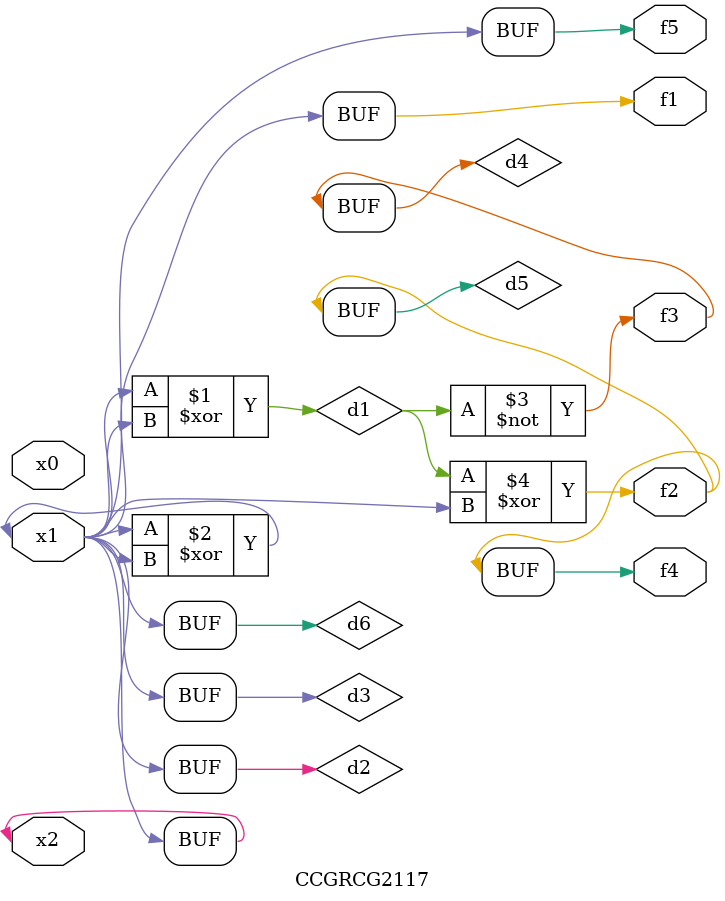
<source format=v>
module CCGRCG2117(
	input x0, x1, x2,
	output f1, f2, f3, f4, f5
);

	wire d1, d2, d3, d4, d5, d6;

	xor (d1, x1, x2);
	buf (d2, x1, x2);
	xor (d3, x1, x2);
	nor (d4, d1);
	xor (d5, d1, d2);
	buf (d6, d2, d3);
	assign f1 = d6;
	assign f2 = d5;
	assign f3 = d4;
	assign f4 = d5;
	assign f5 = d6;
endmodule

</source>
